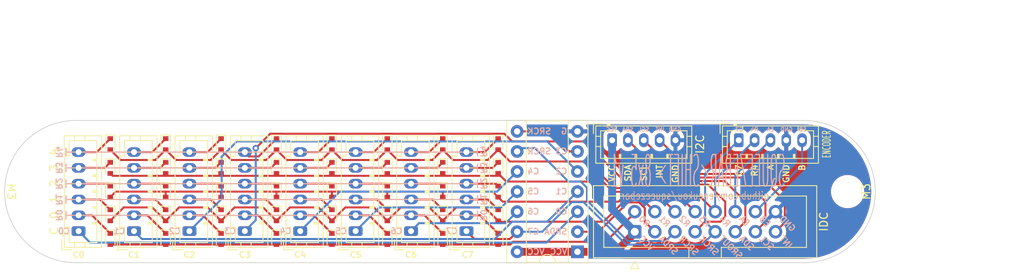
<source format=kicad_pcb>
(kicad_pcb (version 20211014) (generator pcbnew)
  (layers (0 "F.Cu" signal) (31 "B.Cu" signal) (34 "B.Paste" user) (35 "F.Paste" user) (36 "B.SilkS" user "B.Silkscreen") (37 "F.SilkS" user "F.Silkscreen") (38 "B.Mask" user) (39 "F.Mask" user) (44 "Edge.Cuts" user))
  (net 0 "")
  (net 1 "/ROW4")
  (net 2 "/ROW0")
  (net 3 "/ROW1")
  (net 4 "/ROW2")
  (net 5 "/ROW3")
  (net 6 "/COL1")
  (net 7 "/COL2")
  (net 8 "/COL3")
  (net 9 "/COL4")
  (net 10 "/COL5")
  (net 11 "/COL6")
  (net 12 "/COL7")
  (net 13 "/COL0")
  (net 14 "Net-(D1-Pad1)")
  (net 15 "Net-(D2-Pad1)")
  (net 16 "Net-(D3-Pad1)")
  (net 17 "Net-(D4-Pad1)")
  (net 18 "Net-(D5-Pad1)")
  (net 19 "Net-(D6-Pad1)")
  (net 20 "Net-(D7-Pad1)")
  (net 21 "Net-(D8-Pad1)")
  (net 22 "Net-(D9-Pad1)")
  (net 23 "Net-(D10-Pad1)")
  (net 24 "Net-(D11-Pad1)")
  (net 25 "Net-(D12-Pad1)")
  (net 26 "Net-(D13-Pad1)")
  (net 27 "Net-(D14-Pad1)")
  (net 28 "Net-(D15-Pad1)")
  (net 29 "Net-(D16-Pad1)")
  (net 30 "Net-(D17-Pad1)")
  (net 31 "Net-(D18-Pad1)")
  (net 32 "Net-(D19-Pad1)")
  (net 33 "Net-(D20-Pad1)")
  (net 34 "Net-(D21-Pad1)")
  (net 35 "Net-(D22-Pad1)")
  (net 36 "Net-(D23-Pad1)")
  (net 37 "Net-(D24-Pad1)")
  (net 38 "Net-(D25-Pad1)")
  (net 39 "Net-(D26-Pad1)")
  (net 40 "Net-(D27-Pad1)")
  (net 41 "Net-(D28-Pad1)")
  (net 42 "Net-(D29-Pad1)")
  (net 43 "Net-(D30-Pad1)")
  (net 44 "Net-(D31-Pad1)")
  (net 45 "Net-(D32-Pad1)")
  (net 46 "Net-(D33-Pad1)")
  (net 47 "Net-(D34-Pad1)")
  (net 48 "Net-(D35-Pad1)")
  (net 49 "Net-(D36-Pad1)")
  (net 50 "Net-(D37-Pad1)")
  (net 51 "Net-(D38-Pad1)")
  (net 52 "Net-(D39-Pad1)")
  (net 53 "Net-(D40-Pad1)")
  (net 54 "/ENC_A")
  (net 55 "GND")
  (net 56 "/ENC_B")
  (net 57 "VCC")
  (net 58 "/SDA")
  (net 59 "/SCL")
  (net 60 "/INT")
  (net 61 "/SRDA")
  (net 62 "/SRCK")
  (net 63 "/SRCLR")
  (footprint "Connector_JST:JST_PH_B6B-PH-K_1x06_P2.00mm_Vertical" (layer "F.Cu") (at 111 91 90)
    (fp_text reference "J2")
    (fp_text value "RNG")
  )
  (footprint "Diode_SMD:D_SOD-523" (layer "F.Cu") (at 136 89 -90)
    (fp_text reference "D26")
    (fp_text value "D")
  )
  (footprint "Diode_SMD:D_SOD-523" (layer "F.Cu") (at 122 80 -90)
    (fp_text reference "D20")
    (fp_text value "D")
  )
  (footprint "Diode_SMD:D_SOD-523" (layer "F.Cu") (at 136 86 -90)
    (fp_text reference "D30")
    (fp_text value "D")
  )
  (footprint "Connector_JST:JST_PH_B5B-PH-K_1x05_P2.00mm_Vertical" (layer "F.Cu") (at 164.4 79.5)
    (fp_text reference "J10")
    (fp_text value "I2C")
  )
  (footprint "Diode_SMD:D_SOD-523" (layer "F.Cu") (at 108 80 -90)
    (fp_text reference "D10")
    (fp_text value "D")
  )
  (footprint "Diode_SMD:D_SOD-523" (layer "F.Cu") (at 122 89 -90)
    (fp_text reference "D14")
    (fp_text value "D")
  )
  (footprint "Diode_SMD:D_SOD-523" (layer "F.Cu") (at 136 92 -90)
    (fp_text reference "D22")
    (fp_text value "D")
  )
  (footprint "Diode_SMD:D_SOD-523" (layer "F.Cu") (at 150 92 -90)
    (fp_text reference "D24")
    (fp_text value "D")
  )
  (footprint "Diode_SMD:D_SOD-523" (layer "F.Cu") (at 150 89 -90)
    (fp_text reference "D28")
    (fp_text value "D")
  )
  (footprint "Connector_JST:JST_PH_B5B-PH-K_1x05_P2.00mm_Vertical" (layer "F.Cu") (at 180.4 79.5)
    (fp_text reference "J8")
    (fp_text value "ENCODER")
  )
  (footprint "Diode_SMD:D_SOD-523" (layer "F.Cu") (at 115 83 -90)
    (fp_text reference "D17")
    (fp_text value "D")
  )
  (footprint "Diode_SMD:D_SOD-523" (layer "F.Cu") (at 108 86 -90)
    (fp_text reference "D8")
    (fp_text value "D")
  )
  (footprint "Connector_IDC:IDC-Header_2x08_P2.54mm_Vertical" (layer "F.Cu") (at 167.259 91.08 90)
    (fp_text reference "J11")
    (fp_text value "IDC")
  )
  (footprint "Diode_SMD:D_SOD-523" (layer "F.Cu") (at 143 83 -90)
    (fp_text reference "D35")
    (fp_text value "D")
  )
  (footprint "Diode_SMD:D_SOD-523" (layer "F.Cu") (at 143 80 -90)
    (fp_text reference "D39")
    (fp_text value "D")
  )
  (footprint "Connector_JST:JST_PH_B6B-PH-K_1x06_P2.00mm_Vertical" (layer "F.Cu") (at 132 91 90)
    (fp_text reference "J5")
    (fp_text value "INNR")
  )
  (footprint "Diode_SMD:D_SOD-523" (layer "F.Cu") (at 136 80 -90)
    (fp_text reference "D38")
    (fp_text value "D")
  )
  (footprint "Diode_SMD:D_SOD-523" (layer "F.Cu") (at 136 83 -90)
    (fp_text reference "D34")
    (fp_text value "D")
  )
  (footprint "Package_DIP:DIP-14_W7.62mm_Socket" (layer "F.Cu") (at 160.02 93.62 180)
    (fp_text reference "U1")
    (fp_text value "74HC164")
  )
  (footprint "Diode_SMD:D_SOD-523" (layer "F.Cu") (at 108 83 -90)
    (fp_text reference "D9")
    (fp_text value "D")
  )
  (footprint "Diode_SMD:D_SOD-523" (layer "F.Cu") (at 129 89 -90)
    (fp_text reference "D25")
    (fp_text value "D")
  )
  (footprint "Connector_JST:JST_PH_B6B-PH-K_1x06_P2.00mm_Vertical" (layer "F.Cu") (at 146 91 90)
    (fp_text reference "J7")
    (fp_text value "XTR")
  )
  (footprint "Diode_SMD:D_SOD-523" (layer "F.Cu") (at 129 86 -90)
    (fp_text reference "D29")
    (fp_text value "D")
  )
  (footprint "Diode_SMD:D_SOD-523" (layer "F.Cu") (at 122 86 -90)
    (fp_text reference "D16")
    (fp_text value "D")
  )
  (footprint "Connector_JST:JST_PH_B6B-PH-K_1x06_P2.00mm_Vertical" (layer "F.Cu") (at 104 91 90)
    (fp_text reference "J1")
    (fp_text value "PNK")
  )
  (footprint "Diode_SMD:D_SOD-523" (layer "F.Cu") (at 143 92 -90)
    (fp_text reference "D23")
    (fp_text value "D")
  )
  (footprint "MountingHole:MountingHole_3.2mm_M3" (layer "F.Cu") (at 91.15 86)
    (fp_text reference "H2")
    (fp_text value "M3")
  )
  (footprint "Diode_SMD:D_SOD-523" (layer "F.Cu") (at 115 80 -90)
    (fp_text reference "D19")
    (fp_text value "D")
  )
  (footprint "Diode_SMD:D_SOD-523" (layer "F.Cu") (at 101 83 -90)
    (fp_text reference "D5")
    (fp_text value "D")
  )
  (footprint "Connector_JST:JST_PH_B6B-PH-K_1x06_P2.00mm_Vertical" (layer "F.Cu") (at 125 91 90)
    (fp_text reference "J4")
    (fp_text value "IDX")
  )
  (footprint "Diode_SMD:D_SOD-523" (layer "F.Cu") (at 108 89 -90)
    (fp_text reference "D7")
    (fp_text value "D")
  )
  (footprint "Diode_SMD:D_SOD-523" (layer "F.Cu") (at 143 89 -90)
    (fp_text reference "D27")
    (fp_text value "D")
  )
  (footprint "Diode_SMD:D_SOD-523" (layer "F.Cu") (at 101 89 -90)
    (fp_text reference "D3")
    (fp_text value "D")
  )
  (footprint "Diode_SMD:D_SOD-523" (layer "F.Cu") (at 101 86 -90)
    (fp_text reference "D4")
    (fp_text value "D")
  )
  (footprint "Diode_SMD:D_SOD-523" (layer "F.Cu") (at 143 86 -90)
    (fp_text reference "D31")
    (fp_text value "D")
  )
  (footprint "Diode_SMD:D_SOD-523" (layer "F.Cu") (at 108 92 -90)
    (fp_text reference "D6")
    (fp_text value "D")
  )
  (footprint "Diode_SMD:D_SOD-523" (layer "F.Cu") (at 115 92 -90)
    (fp_text reference "D11")
    (fp_text value "D")
  )
  (footprint "Diode_SMD:D_SOD-523" (layer "F.Cu") (at 101 80 -90)
    (fp_text reference "D1")
    (fp_text value "D")
  )
  (footprint "Diode_SMD:D_SOD-523" (layer "F.Cu") (at 129 83 -90)
    (fp_text reference "D33")
    (fp_text value "D")
  )
  (footprint "Diode_SMD:D_SOD-523" (layer "F.Cu") (at 122 92 -90)
    (fp_text reference "D12")
    (fp_text value "D")
  )
  (footprint "Diode_SMD:D_SOD-523" (layer "F.Cu") (at 122 83 -90)
    (fp_text reference "D18")
    (fp_text value "D")
  )
  (footprint "Diode_SMD:D_SOD-523" (layer "F.Cu") (at 150 80 -90)
    (fp_text reference "D40")
    (fp_text value "D")
  )
  (footprint "Connector_JST:JST_PH_B6B-PH-K_1x06_P2.00mm_Vertical" (layer "F.Cu") (at 139 91 90)
    (fp_text reference "J6")
    (fp_text value "THM")
  )
  (footprint "Connector_JST:JST_PH_B6B-PH-K_1x06_P2.00mm_Vertical" (layer "F.Cu") (at 97 91 90)
    (fp_text reference "J0")
    (fp_text value "OUTR")
  )
  (footprint "Diode_SMD:D_SOD-523" (layer "F.Cu") (at 150 86 -90)
    (fp_text reference "D32")
    (fp_text value "D")
  )
  (footprint "Diode_SMD:D_SOD-523" (layer "F.Cu") (at 129 92 -90)
    (fp_text reference "D21")
    (fp_text value "D")
  )
  (footprint "Diode_SMD:D_SOD-523" (layer "F.Cu") (at 115 89 -90)
    (fp_text reference "D13")
    (fp_text value "D")
  )
  (footprint "Diode_SMD:D_SOD-523" (layer "F.Cu") (at 150 83 -90)
    (fp_text reference "D36")
    (fp_text value "D")
  )
  (footprint "Diode_SMD:D_SOD-523" (layer "F.Cu") (at 101 92 -90)
    (fp_text reference "D2")
    (fp_text value "D")
  )
  (footprint "Connector_JST:JST_PH_B6B-PH-K_1x06_P2.00mm_Vertical" (layer "F.Cu") (at 118 91 90)
    (fp_text reference "J3")
    (fp_text value "MID")
  )
  (footprint "Diode_SMD:D_SOD-523" (layer "F.Cu") (at 115 86 -90)
    (fp_text reference "D15")
    (fp_text value "D")
  )
  (footprint "MountingHole:MountingHole_3.2mm_M3" (layer "F.Cu") (at 194.15 86)
    (fp_text reference "H1")
    (fp_text value "M3")
  )
  (footprint "Diode_SMD:D_SOD-523" (layer "F.Cu") (at 129 80 -90)
    (fp_text reference "D37")
    (fp_text value "D")
  )
  (gr_line (start 147.4 89) (end 95.4 89) (layer "B.SilkS") (width 0.15))
  (gr_line (start 147.4 81) (end 95.4 81) (layer "B.SilkS") (width 0.15))
  (gr_line (start 147.4 87) (end 95.4 87) (layer "B.SilkS") (width 0.15))
  (gr_line (start 95.4 86.5) (end 95.4 87.5) (layer "B.SilkS") (width 0.15))
  (gr_line (start 147.4 88.5) (end 147.4 89.5) (layer "B.SilkS") (width 0.15))
  (gr_line (start 147.4 82.5) (end 147.4 83.5) (layer "B.SilkS") (width 0.15))
  (gr_line (start 95.4 88.5) (end 95.4 89.5) (layer "B.SilkS") (width 0.15))
  (gr_line (start 95.4 84.5) (end 95.4 85.5) (layer "B.SilkS") (width 0.15))
  (gr_line (start 147.4 86.5) (end 147.4 87.5) (layer "B.SilkS") (width 0.15))
  (gr_line (start 95.4 80.5) (end 95.4 81.5) (layer "B.SilkS") (width 0.15))
  (gr_line (start 95.4 82.5) (end 95.4 83.5) (layer "B.SilkS") (width 0.15))
  (gr_line (start 147.4 85) (end 95.4 85) (layer "B.SilkS") (width 0.15))
  (gr_line (start 147.4 84.5) (end 147.4 85.5) (layer "B.SilkS") (width 0.15))
  (gr_line (start 147.4 80.5) (end 147.4 81.5) (layer "B.SilkS") (width 0.15))
  (gr_line (start 147.4 83) (end 95.4 83) (layer "B.SilkS") (width 0.15))
  (gr_line (start 96.65 77) (end 188.65 77) (layer "Edge.Cuts") (width 0.1))
  (gr_arc (start 188.65 77) (mid 197.635012 86) (end 188.65 95) (layer "Edge.Cuts") (width 0.1))
  (gr_arc (start 96.65 95) (mid 87.664984 86) (end 96.65 77) (layer "Edge.Cuts") (width 0.1))
  (gr_line (start 188.65 95) (end 96.65 95) (layer "Edge.Cuts") (width 0.1))
  (gr_text "EA" (at 180.594 89.175 315) (layer "B.SilkS") (effects (font (size 0.75 0.75)) (justify right mirror)))
  (gr_text "C4" (at 153.605 83.437) (layer "B.SilkS") (effects (font (size 0.75 0.75)) (justify right mirror)))
  (gr_text "SRCR" (at 153.605 80.897) (layer "B.SilkS") (effects (font (size 0.75 0.75)) (justify right mirror)))
  (gr_text "SCL" (at 168.402 78.126) (layer "B.SilkS") (effects (font (size 0.5 0.5) (thickness 0.1)) (justify mirror)))
  (gr_text "R4" (at 94.5 81 270) (layer "B.SilkS") (effects (font (size 0.75 0.75)) (justify mirror)))
  (gr_text "C6" (at 137.15 91) (layer "B.SilkS") (effects (font (size 0.75 0.75)) (justify mirror)))
  (gr_text "R1" (at 94.5 87 270) (layer "B.SilkS") (effects (font (size 0.75 0.75)) (justify mirror)))
  (gr_text "C7" (at 153.605 91.057) (layer "B.SilkS") (effects (font (size 0.75 0.75)) (justify right mirror)))
  (gr_text "R4" (at 178.054 89.175 315) (layer "B.SilkS") (effects (font (size 0.75 0.75)) (justify right mirror)))
  (gr_text "SRCK" (at 153.605 78.357) (layer "B.SilkS") (effects (font (size 0.75 0.75)) (justify right mirror)))
  (gr_text "C2" (at 158.812 83.437) (layer "B.SilkS") (effects (font (size 0.75 0.75)) (justify left mirror)))
  (gr_text "C5" (at 153.605 85.977) (layer "B.SilkS") (effects (font (size 0.75 0.75)) (justify right mirror)))
  (gr_text "github.com/encukou/squeezebar" (at 174.879 86.508) (layer "B.SilkS") (effects (font (size 1 0.75) (thickness 0.1)) (justify mirror)))
  (gr_text "C0" (at 95.15 91) (layer "B.SilkS") (effects (font (size 0.75 0.75)) (justify mirror)))
  (gr_text "EB" (at 188.468 78.126) (layer "B.SilkS") (effects (font (size 0.5 0.5) (thickness 0.1)) (justify mirror)))
  (gr_text "C5" (at 130.15 91) (layer "B.SilkS") (effects (font (size 0.75 0.75)) (justify mirror)))
  (gr_text "EA" (at 184.404 78.126) (layer "B.SilkS") (effects (font (size 0.5 0.5) (thickness 0.1)) (justify mirror)))
  (gr_text "R1" (at 148.15 87 270) (layer "B.SilkS") (effects (font (size 0.75 0.75)) (justify mirror)))
  (gr_text "SRDA" (at 170.434 91.715 315) (layer "B.SilkS") (effects (font (size 0.75 0.75)) (justify right mirror)))
  (gr_text "R2" (at 94.5 85 270) (layer "B.SilkS") (effects (font (size 0.75 0.75)) (justify mirror)))
  (gr_text "VCC" (at 167.894 91.715 315) (layer "B.SilkS") (effects (font (size 0.75 0.75)) (justify right mirror)))
  (gr_text "VCC" (at 153.605 93.597) (layer "B.SilkS") (effects (font (size 0.75 0.75)) (justify right mirror)))
  (gr_text "R0" (at 148.15 89 270) (layer "B.SilkS") (effects (font (size 0.75 0.75)) (justify mirror)))
  (gr_text "R3" (at 148.15 83 270) (layer "B.SilkS") (effects (font (size 0.75 0.75)) (justify mirror)))
  (gr_text "SDA" (at 166.37 78.126) (layer "B.SilkS") (effects (font (size 0.5 0.5) (thickness 0.1)) (justify mirror)))
  (gr_text "R3" (at 175.514 89.175 315) (layer "B.SilkS") (effects (font (size 0.75 0.75)) (justify right mirror)))
  (gr_text "C2" (at 109.15 91) (layer "B.SilkS") (effects (font (size 0.75 0.75)) (justify mirror)))
  (gr_text "C4" (at 123.15 91) (layer "B.SilkS") (effects (font (size 0.75 0.75)) (justify mirror)))
  (gr_text "GND" (at 185.674 89.175 315) (layer "B.SilkS") (effects (font (size 0.75 0.75)) (justify right mirror)))
  (gr_text "R4" (at 182.372 78.126) (layer "B.SilkS") (effects (font (size 0.5 0.5) (thickness 0.1)) (justify mirror)))
  (gr_text "C3" (at 158.812 80.897) (layer "B.SilkS") (effects (font (size 0.75 0.75)) (justify left mirror)))
  (gr_text "SRCR" (at 172.974 91.715 315) (layer "B.SilkS") (effects (font (size 0.75 0.75)) (justify right mirror)))
  (gr_text "R2" (at 172.974 89.175 315) (layer "B.SilkS") (effects (font (size 0.75 0.75)) (justify right mirror)))
  (gr_text "C7" (at 144.15 91) (layer "B.SilkS") (effects (font (size 0.75 0.75)) (justify mirror)))
  (gr_text "VCC" (at 158.812 93.597) (layer "B.SilkS") (effects (font (size 0.75 0.75)) (justify left mirror)))
  (gr_text "SRCK" (at 175.514 91.715 315) (layer "B.SilkS") (effects (font (size 0.75 0.75)) (justify right mirror)))
  (gr_text "C6" (at 153.605 88.517) (layer "B.SilkS") (effects (font (size 0.75 0.75)) (justify right mirror)))
  (gr_text "C1" (at 102.15 91) (layer "B.SilkS") (effects (font (size 0.75 0.75)) (justify mirror)))
  (gr_text "GND" (at 172.339 78.126) (layer "B.SilkS") (effects (font (size 0.5 0.5) (thickness 0.1)) (justify mirror)))
  (gr_text "C7" (at 180.467 78.126) (layer "B.SilkS") (effects (font (size 0.5 0.5) (thickness 0.1)) (justify mirror)))
  (gr_text "SDA" (at 180.594 91.715 315) (layer "B.SilkS") (effects (font (size 0.75 0.75)) (justify right mirror)))
  (gr_text "VCC" (at 164.338 78.126) (layer "B.SilkS") (effects (font (size 0.5 0.5) (thickness 0.1)) (justify mirror)))
  (gr_text "SRDA" (at 158.812 91.057) (layer "B.SilkS") (effects (font (size 0.75 0.75)) (justify left mirror)))
  (gr_text "R0" (at 167.894 89.175 315) (layer "B.SilkS") (effects (font (size 0.75 0.75)) (justify right mirror)))
  (gr_text "GND" (at 186.436 78.126) (layer "B.SilkS") (effects (font (size 0.5 0.5) (thickness 0.1)) (justify mirror)))
  (gr_text "R3" (at 94.5 83 270) (layer "B.SilkS") (effects (font (size 0.75 0.75)) (justify mirror)))
  (gr_text "R0" (at 94.5 89 270) (layer "B.SilkS") (effects (font (size 0.75 0.75)) (justify mirror)))
  (gr_text "INT" (at 170.434 78.126) (layer "B.SilkS") (effects (font (size 0.5 0.5) (thickness 0.1)) (justify mirror)))
  (gr_text "C3" (at 116.15 91) (layer "B.SilkS") (effects (font (size 0.75 0.75)) (justify mirror)))
  (gr_text "C1" (at 158.812 85.977) (layer "B.SilkS") (effects (font (size 0.75 0.75)) (justify left mirror)))
  (gr_text "EB" (at 183.134 89.175 315) (layer "B.SilkS") (effects (font (size 0.75 0.75)) (justify right mirror)))
  (gr_text "G" (at 158.812 78.357) (layer "B.SilkS") (effects (font (size 0.75 0.75)) (justify left mirror)))
  (gr_text "SROUT" (at 178.054 91.715 315) (layer "B.SilkS") (effects (font (size 0.75 0.75)) (justify right mirror)))
  (gr_text "INT" (at 185.674 91.715 315) (layer "B.SilkS") (effects (font (size 0.75 0.75)) (justify right mirror)))
  (gr_text "R2" (at 148.15 85 270) (layer "B.SilkS") (effects (font (size 0.75 0.75)) (justify mirror)))
  (gr_text "C0" (at 158.812 88.517) (layer "B.SilkS") (effects (font (size 0.75 0.75)) (justify left mirror)))
  (gr_text "SQUEEZEBAR<SHIFT> 8x5 v1" (at 175.25 83.46) (layer "B.SilkS") (effects (font (size 4 1)) (justify mirror)))
  (gr_text "R1" (at 170.434 89.175 315) (layer "B.SilkS") (effects (font (size 0.75 0.75)) (justify right mirror)))
  (gr_text "R4" (at 148.15 80.92 270) (layer "B.SilkS") (effects (font (size 0.75 0.75)) (justify mirror)))
  (gr_text "SCL" (at 183.134 91.715 315) (layer "B.SilkS") (effects (font (size 0.75 0.75)) (justify right mirror)))
  (gr_text "B" (at 188.4 82.5 90) (layer "F.SilkS") (effects (font (size 0.75 0.75)) (justify right)))
  (gr_text "0" (at 93.9 89 90) (layer "F.SilkS") (effects (font (size 1 1))))
  (gr_text "3" (at 93.9 83 90) (layer "F.SilkS") (effects (font (size 1 1))))
  (gr_text "C5" (at 132 94) (layer "F.SilkS") (effects (font (size 0.75 0.75))))
  (gr_text "C3" (at 118 94) (layer "F.SilkS") (effects (font (size 0.75 0.75))))
  (gr_text "INT" (at 170.389435 82.5 90) (layer "F.SilkS") (effects (font (size 0.75 0.75)) (justify right)))
  (gr_text "C" (at 93.9 91 90) (layer "F.SilkS") (effects (font (size 1 1))))
  (gr_text "R4" (at 182.4 82.5 90) (layer "F.SilkS") (effects (font (size 0.75 0.75)) (justify right)))
  (gr_text "VCC" (at 164.4 82.5 90) (layer "F.SilkS") (effects (font (size 0.75 0.75)) (justify right)))
  (gr_text "A" (at 184.4 82.5 90) (layer "F.SilkS") (effects (font (size 0.75 0.75)) (justify right)))
  (gr_text "C7" (at 146.15 94) (layer "F.SilkS") (effects (font (size 0.75 0.75))))
  (gr_text "1" (at 93.9 87 90) (layer "F.SilkS") (effects (font (size 1 1))))
  (gr_text "C6" (at 139 94) (layer "F.SilkS") (effects (font (size 0.75 0.75))))
  (gr_text "GND" (at 172.4 82.5 90) (layer "F.SilkS") (effects (font (size 0.75 0.75)) (justify right)))
  (gr_text "GND" (at 186.4 82.5 90) (layer "F.SilkS") (effects (font (size 0.75 0.75)) (justify right)))
  (gr_text "C7" (at 180.4 82.5 90) (layer "F.SilkS") (effects (font (size 0.75 0.75)) (justify right)))
  (gr_text "SDA" (at 166.4 82.5 90) (layer "F.SilkS") (effects (font (size 0.75 0.75)) (justify right)))
  (gr_text "SCL" (at 168.4 82.5 90) (layer "F.SilkS") (effects (font (size 0.75 0.75)) (justify right)))
  (gr_text "4" (at 93.9 81 90) (layer "F.SilkS") (effects (font (size 1 1))))
  (gr_text "C1" (at 104 94) (layer "F.SilkS") (effects (font (size 0.75 0.75))))
  (gr_text "C0" (at 97 94) (layer "F.SilkS") (effects (font (size 0.75 0.75))))
  (gr_text "C2" (at 111 94) (layer "F.SilkS") (effects (font (size 0.75 0.75))))
  (gr_text "2" (at 93.9 85 90) (layer "F.SilkS") (effects (font (size 1 1))))
  (gr_text "C4" (at 125 94) (layer "F.SilkS") (effects (font (size 0.75 0.75))))
  (segment (start 106.7 82) (end 108 80.7) (width 0.25) (layer "F.Cu") (net 1))
  (segment (start 108 80.7) (end 109.3 82) (width 0.25) (layer "F.Cu") (net 1))
  (segment (start 143 80.7) (end 144.3 82) (width 0.25) (layer "F.Cu") (net 1))
  (segment (start 174.444 85.565) (end 177.419 88.54) (width 0.25) (layer "F.Cu") (net 1))
  (segment (start 151.49 82.19) (end 161.331 82.19) (width 0.25) (layer "F.Cu") (net 1))
  (segment (start 164.706 85.565) (end 174.444 85.565) (width 0.25) (layer "F.Cu") (net 1))
  (segment (start 136 80.7) (end 137.3 82) (width 0.25) (layer "F.Cu") (net 1))
  (segment (start 123.3 82) (end 127.7 82) (width 0.25) (layer "F.Cu") (net 1))
  (segment (start 122 80.7) (end 123.3 82) (width 0.25) (layer "F.Cu") (net 1))
  (segment (start 102.3 82) (end 106.7 82) (width 0.25) (layer "F.Cu") (net 1))
  (segment (start 120.7 82) (end 122 80.7) (width 0.25) (layer "F.Cu") (net 1))
  (segment (start 134.7 82) (end 136 80.7) (width 0.25) (layer "F.Cu") (net 1))
  (segment (start 109.3 82) (end 113.7 82) (width 0.25) (layer "F.Cu") (net 1))
  (segment (start 144.3 82) (end 148.7 82) (width 0.25) (layer "F.Cu") (net 1))
  (segment (start 148.7 82) (end 150 80.7) (width 0.25) (layer "F.Cu") (net 1))
  (segment (start 141.7 82) (end 143 80.7) (width 0.25) (layer "F.Cu") (net 1))
  (segment (start 130.3 82) (end 134.7 82) (width 0.25) (layer "F.Cu") (net 1))
  (segment (start 137.3 82) (end 141.7 82) (width 0.25) (layer "F.Cu") (net 1))
  (segment (start 116.3 82) (end 120.7 82) (width 0.25) (layer "F.Cu") (net 1))
  (segment (start 113.7 82) (end 115 80.7) (width 0.25) (layer "F.Cu") (net 1))
  (segment (start 101 80.7) (end 102.3 82) (width 0.25) (layer "F.Cu") (net 1))
  (segment (start 129 80.7) (end 130.3 82) (width 0.25) (layer "F.Cu") (net 1))
  (segment (start 127.7 82) (end 129 80.7) (width 0.25) (layer "F.Cu") (net 1))
  (segment (start 150 80.7) (end 151.49 82.19) (width 0.25) (layer "F.Cu") (net 1))
  (segment (start 161.331 82.19) (end 164.706 85.565) (width 0.25) (layer "F.Cu") (net 1))
  (segment (start 115 80.7) (end 116.3 82) (width 0.25) (layer "F.Cu") (net 1))
  (segment (start 177.419 84.481) (end 182.4 79.5) (width 0.25) (layer "B.Cu") (net 1))
  (segment (start 177.419 88.54) (end 177.419 84.481) (width 0.25) (layer "B.Cu") (net 1))
  (segment (start 163.59 92.35) (end 167.4 88.54) (width 0.25) (layer "F.Cu") (net 2))
  (segment (start 136 92.7) (end 129 92.7) (width 0.25) (layer "F.Cu") (net 2))
  (segment (start 150 92.7) (end 151.48 92.7) (width 0.25) (layer "F.Cu") (net 2))
  (segment (start 122 92.7) (end 115 92.7) (width 0.25) (layer "F.Cu") (net 2))
  (segment (start 143 92.7) (end 136 92.7) (width 0.25) (layer "F.Cu") (net 2))
  (segment (start 143 92.7) (end 151.542 92.7) (width 0.25) (layer "F.Cu") (net 2))
  (segment (start 151.892 92.35) (end 151.8285 92.4135) (width 0.25) (layer "F.Cu") (net 2))
  (segment (start 129 92.7) (end 122 92.7) (width 0.25) (layer "F.Cu") (net 2))
  (segment (start 108 92.7) (end 101 92.7) (width 0.25) (layer "F.Cu") (net 2))
  (segment (start 115 92.7) (end 108 92.7) (width 0.25) (layer "F.Cu") (net 2))
  (segment (start 151.542 92.7) (end 151.8285 92.4135) (width 0.25) (layer "F.Cu") (net 2))
  (segment (start 163.59 92.35) (end 151.892 92.35) (width 0.25) (layer "F.Cu") (net 2))
  (segment (start 163.322 89.81) (end 166.217 86.915) (width 0.25) (layer "F.Cu") (net 3))
  (segment (start 136 89.7) (end 137.7 88) (width 0.25) (layer "F.Cu") (net 3))
  (segment (start 101 89.7) (end 102.7 88) (width 0.25) (layer "F.Cu") (net 3))
  (segment (start 144.7 88) (end 143 89.7) (width 0.25) (layer "F.Cu") (net 3))
  (segment (start 141.3 88) (end 143 89.7) (width 0.25) (layer "F.Cu") (net 3))
  (segment (start 166.217 86.915) (end 168.174 86.915) (width 0.25) (layer "F.Cu") (net 3))
  (segment (start 127.3 88) (end 129 89.7) (width 0.25) (layer "F.Cu") (net 3))
  (segment (start 130.7 88) (end 134.3 88) (width 0.25) (layer "F.Cu") (net 3))
  (segment (start 109.7 88) (end 113.3 88) (width 0.25) (layer "F.Cu") (net 3))
  (segment (start 108 89.7) (end 109.7 88) (width 0.25) (layer "F.Cu") (net 3))
  (segment (start 137.7 88) (end 141.3 88) (width 0.25) (layer "F.Cu") (net 3))
  (segment (start 168.174 86.915) (end 169.799 88.54) (width 0.25) (layer "F.Cu") (net 3))
  (segment (start 150.11 89.81) (end 163.322 89.81) (width 0.25) (layer "F.Cu") (net 3))
  (segment (start 122 89.7) (end 123.7 88) (width 0.25) (layer "F.Cu") (net 3))
  (segment (start 134.3 88) (end 136 89.7) (width 0.25) (layer "F.Cu") (net 3))
  (segment (start 129 89.7) (end 130.7 88) (width 0.25) (layer "F.Cu") (net 3))
  (segment (start 106.3 88) (end 108 89.7) (width 0.25) (layer "F.Cu") (net 3))
  (segment (start 148.3 88) (end 144.7 88) (width 0.25) (layer "F.Cu") (net 3))
  (segment (start 113.3 88) (end 115 89.7) (width 0.25) (layer "F.Cu") (net 3))
  (segment (start 150 89.7) (end 148.3 88) (width 0.25) (layer "F.Cu") (net 3))
  (segment (start 102.7 88) (end 106.3 88) (width 0.25) (layer "F.Cu") (net 3))
  (segment (start 116.7 88) (end 120.3 88) (width 0.25) (layer "F.Cu") (net 3))
  (segment (start 123.7 88) (end 127.3 88) (width 0.25) (layer "F.Cu") (net 3))
  (segment (start 120.3 88) (end 122 89.7) (width 0.25) (layer "F.Cu") (net 3))
  (segment (start 115 89.7) (end 116.7 88) (width 0.25) (layer "F.Cu") (net 3))
  (segment (start 108 86.7) (end 108 86) (width 0.25) (layer "F.Cu") (net 4))
  (segment (start 136 86.7) (end 136 86) (width 0.25) (layer "F.Cu") (net 4))
  (segment (start 149.3 86) (end 150 86.7) (width 0.25) (layer "F.Cu") (net 4))
  (segment (start 101.7 86) (end 108 86) (width 0.25) (layer "F.Cu") (net 4))
  (segment (start 129 86.7) (end 129 86) (width 0.25) (layer "F.Cu") (net 4))
  (segment (start 129 86) (end 143 86) (width 0.25) (layer "F.Cu") (net 4))
  (segment (start 115 86) (end 122 86) (width 0.25) (layer "F.Cu") (net 4))
  (segment (start 150 86.7) (end 150.57 87.27) (width 0.25) (layer "F.Cu") (net 4))
  (segment (start 115 86) (end 108 86) (width 0.25) (layer "F.Cu") (net 4))
  (segment (start 165.225604 87.27) (end 166.030604 86.465) (width 0.25) (layer "F.Cu") (net 4))
  (segment (start 122 86) (end 129 86) (width 0.25) (layer "F.Cu") (net 4))
  (segment (start 166.030604 86.465) (end 170.264 86.465) (width 0.25) (layer "F.Cu") (net 4))
  (segment (start 101 86.7) (end 101.7 86) (width 0.25) (layer "F.Cu") (net 4))
  (segment (start 129.7 86) (end 136 86) (width 0.25) (layer "F.Cu") (net 4))
  (segment (start 150.57 87.27) (end 165.225604 87.27) (width 0.25) (layer "F.Cu") (net 4))
  (segment (start 149.3 86) (end 143 86) (width 0.25) (layer "F.Cu") (net 4))
  (segment (start 170.264 86.465) (end 172.339 88.54) (width 0.25) (layer "F.Cu") (net 4))
  (segment (start 143 86.7) (end 143 86) (width 0.25) (layer "F.Cu") (net 4))
  (segment (start 122 86) (end 122 86.7) (width 0.25) (layer "F.Cu") (net 4))
  (segment (start 115 86.7) (end 115 86) (width 0.25) (layer "F.Cu") (net 4))
  (segment (start 101.3 84) (end 101 83.7) (width 0.25) (layer "F.Cu") (net 5))
  (segment (start 172.354 86.015) (end 164.519604 86.015) (width 0.25) (layer "F.Cu") (net 5))
  (segment (start 136 83.7) (end 136.3 84) (width 0.25) (layer "F.Cu") (net 5))
  (segment (start 163.234604 84.73) (end 151.03 84.73) (width 0.25) (layer "F.Cu") (net 5))
  (segment (start 174.879 88.54) (end 172.354 86.015) (width 0.25) (layer "F.Cu") (net 5))
  (segment (start 150 83.7) (end 150.35 84.05) (width 0.25) (layer "F.Cu") (net 5))
  (segment (start 139 84) (end 101.3 84) (width 0.25) (layer "F.Cu") (net 5))
  (segment (start 150.3 84) (end 150.35 84.05) (width 0.25) (layer "F.Cu") (net 5))
  (segment (start 164.519604 86.015) (end 163.234604 84.73) (width 0.25) (layer "F.Cu") (net 5))
  (segment (start 136.3 84) (end 150.3 84) (width 0.25) (layer "F.Cu") (net 5))
  (segment (start 151.03 84.73) (end 150 83.7) (width 0.25) (layer "F.Cu") (net 5))
  (segment (start 105 92) (end 104 91) (width 0.25) (layer "B.Cu") (net 6))
  (segment (start 156.21 89.81) (end 151.766396 89.81) (width 0.25) (layer "B.Cu") (net 6))
  (segment (start 149.576396 92) (end 105 92) (width 0.25) (layer "B.Cu") (net 6))
  (segment (start 151.766396 89.81) (end 149.576396 92) (width 0.25) (layer "B.Cu") (net 6))
  (segment (start 160.02 86) (end 156.21 89.81) (width 0.25) (layer "B.Cu") (net 6))
  (segment (start 160.02 83.46) (end 156.21 79.65) (width 0.25) (layer "B.Cu") (net 7))
  (segment (start 115.075 86.925) (end 111 91) (width 0.25) (layer "B.Cu") (net 7))
  (segment (start 115.075 81.575) (end 115.075 86.925) (width 0.25) (layer "B.Cu") (net 7))
  (segment (start 117 79.65) (end 115.075 81.575) (width 0.25) (layer "B.Cu") (net 7))
  (segment (start 156.21 79.65) (end 117 79.65) (width 0.25) (layer "B.Cu") (net 7))
  (segment (start 121.205 78.675) (end 150.79 78.675) (width 0.25) (layer "F.Cu") (net 8))
  (segment (start 160.02 80.92) (end 159.004 80.92) (width 0.25) (layer "F.Cu") (net 8))
  (segment (start 151.765 79.65) (end 157.734 79.65) (width 0.25) (layer "F.Cu") (net 8))
  (segment (start 159.004 80.92) (end 157.734 79.65) (width 0.25) (layer "F.Cu") (net 8))
  (segment (start 150.79 78.675) (end 151.765 79.65) (width 0.25) (layer "F.Cu") (net 8))
  (segment (start 119.38 80.5) (end 121.205 78.675) (width 0.25) (layer "F.Cu") (net 8))
  (via (at 119.38 80.5) (size 0.8) (drill 0.4) (layers "F.Cu" "B.Cu") (net 8))
  (segment (start 118 91) (end 119.38 89.62) (width 0.25) (layer "B.Cu") (net 8))
  (segment (start 119.38 80.2755) (end 119.38 89.62) (width 0.25) (layer "B.Cu") (net 8))
  (segment (start 130 86) (end 125 91) (width 0.25) (layer "B.Cu") (net 9))
  (segment (start 152.4 83.46) (end 149.86 86) (width 0.25) (layer "B.Cu") (net 9))
  (segment (start 149.86 86) (end 130 86) (width 0.25) (layer "B.Cu") (net 9))
  (segment (start 152.4 86) (end 150.4 88) (width 0.25) (layer "B.Cu") (net 10))
  (segment (start 150.4 88) (end 135 88) (width 0.25) (layer "B.Cu") (net 10))
  (segment (start 135 88) (end 132 91) (width 0.25) (layer "B.Cu") (net 10))
  (segment (start 150.94 90) (end 140 90) (width 0.25) (layer "B.Cu") (net 11))
  (segment (start 152.4 88.54) (end 150.94 90) (width 0.25) (layer "B.Cu") (net 11))
  (segment (start 140 90) (end 139 91) (width 0.25) (layer "B.Cu") (net 11))
  (segment (start 147 92) (end 151.48 92) (width 0.25) (layer "F.Cu") (net 12))
  (segment (start 146 91) (end 147 92) (width 0.25) (layer "F.Cu") (net 12))
  (segment (start 151.48 92) (end 152.4 91.08) (width 0.25) (layer "F.Cu") (net 12))
  (segment (start 155.576396 91.08) (end 159.320698 87.335698) (width 0.25) (layer "B.Cu") (net 12))
  (segment (start 166.173604 92.705) (end 175.794 92.705) (width 0.25) (layer "B.Cu") (net 12))
  (segment (start 176.149 89.81) (end 177.419 91.08) (width 0.25) (layer "B.Cu") (net 12))
  (segment (start 152.4 91.08) (end 155.576396 91.08) (width 0.25) (layer "B.Cu") (net 12))
  (segment (start 176.149 83.751) (end 180.4 79.5) (width 0.25) (layer "B.Cu") (net 12))
  (segment (start 175.794 92.705) (end 177.419 91.08) (width 0.25) (layer "B.Cu") (net 12))
  (segment (start 176.149 83.751) (end 176.149 89.81) (width 0.25) (layer "B.Cu") (net 12))
  (segment (start 160.804302 87.335698) (end 166.173604 92.705) (width 0.25) (layer "B.Cu") (net 12))
  (segment (start 159.320698 87.335698) (end 160.804302 87.335698) (width 0.25) (layer "B.Cu") (net 12))
  (segment (start 160.02 88.54) (end 156.11 92.45) (width 0.25) (layer "B.Cu") (net 13))
  (segment (start 98.45 92.45) (end 97 91) (width 0.25) (layer "B.Cu") (net 13))
  (segment (start 156.11 92.45) (end 98.45 92.45) (width 0.25) (layer "B.Cu") (net 13))
  (segment (start 99.3 81) (end 101 79.3) (width 0.25) (layer "F.Cu") (net 14))
  (segment (start 97 81) (end 99.3 81) (width 0.25) (layer "F.Cu") (net 14))
  (segment (start 97 89) (end 98.7 89) (width 0.25) (layer "F.Cu") (net 15))
  (segment (start 98.7 89) (end 101 91.3) (width 0.25) (layer "F.Cu") (net 15))
  (segment (start 99.7 87) (end 101 88.3) (width 0.25) (layer "F.Cu") (net 16))
  (segment (start 97 87) (end 99.7 87) (width 0.25) (layer "F.Cu") (net 16))
  (segment (start 100.7 85) (end 101 85.3) (width 0.25) (layer "F.Cu") (net 17))
  (segment (start 97 85) (end 100.7 85) (width 0.25) (layer "F.Cu") (net 17))
  (segment (start 97 83) (end 100.3 83) (width 0.25) (layer "F.Cu") (net 18))
  (segment (start 100.3 83) (end 101 82.3) (width 0.25) (layer "F.Cu") (net 18))
  (segment (start 105.7 89) (end 108 91.3) (width 0.25) (layer "F.Cu") (net 19))
  (segment (start 104 89) (end 105.7 89) (width 0.25) (layer "F.Cu") (net 19))
  (segment (start 104 87) (end 106.7 87) (width 0.25) (layer "F.Cu") (net 20))
  (segment (start 106.7 87) (end 108 88.3) (width 0.25) (layer "F.Cu") (net 20))
  (segment (start 107.7 85) (end 108 85.3) (width 0.25) (layer "F.Cu") (net 21))
  (segment (start 104 85) (end 107.7 85) (width 0.25) (layer "F.Cu") (net 21))
  (segment (start 107.3 83) (end 108 82.3) (width 0.25) (layer "F.Cu") (net 22))
  (segment (start 104 83) (end 107.3 83) (width 0.25) (layer "F.Cu") (net 22))
  (segment (start 104 81) (end 106.3 81) (width 0.25) (layer "F.Cu") (net 23))
  (segment (start 106.3 81) (end 108 79.3) (width 0.25) (layer "F.Cu") (net 23))
  (segment (start 111 89) (end 112.7 89) (width 0.25) (layer "F.Cu") (net 24))
  (segment (start 112.7 89) (end 115 91.3) (width 0.25) (layer "F.Cu") (net 24))
  (segment (start 118 89) (end 119.7 89) (width 0.25) (layer "F.Cu") (net 25))
  (segment (start 119.7 89) (end 122 91.3) (width 0.25) (layer "F.Cu") (net 25))
  (segment (start 111 87) (end 113.7 87) (width 0.25) (layer "F.Cu") (net 26))
  (segment (start 113.7 87) (end 115 88.3) (width 0.25) (layer "F.Cu") (net 26))
  (segment (start 120.7 87) (end 122 88.3) (width 0.25) (layer "F.Cu") (net 27))
  (segment (start 118 87) (end 120.7 87) (width 0.25) (layer "F.Cu") (net 27))
  (segment (start 111 85) (end 114.7 85) (width 0.25) (layer "F.Cu") (net 28))
  (segment (start 114.7 85) (end 115 85.3) (width 0.25) (layer "F.Cu") (net 28))
  (segment (start 118 85) (end 121.7 85) (width 0.25) (layer "F.Cu") (net 29))
  (segment (start 121.7 85) (end 122 85.3) (width 0.25) (layer "F.Cu") (net 29))
  (segment (start 111 83) (end 114.3 83) (width 0.25) (layer "F.Cu") (net 30))
  (segment (start 114.3 83) (end 115 82.3) (width 0.25) (layer "F.Cu") (net 30))
  (segment (start 118 83) (end 121.3 83) (width 0.25) (layer "F.Cu") (net 31))
  (segment (start 121.3 83) (end 122 82.3) (width 0.25) (layer "F.Cu") (net 31))
  (segment (start 111 81) (end 113.3 81) (width 0.25) (layer "F.Cu") (net 32))
  (segment (start 113.3 81) (end 115 79.3) (width 0.25) (layer "F.Cu") (net 32))
  (segment (start 119.75 81.55) (end 118.5 81.55) (width 0.25) (layer "F.Cu") (net 33))
  (segment (start 118.5 81.55) (end 118 81.05) (width 0.25) (layer "F.Cu") (net 33))
  (segment (start 122 79.3) (end 119.75 81.55) (width 0.25) (layer "F.Cu") (net 33))
  (segment (start 126.7 89) (end 129 91.3) (width 0.25) (layer "F.Cu") (net 34))
  (segment (start 125 89) (end 126.7 89) (width 0.25) (layer "F.Cu") (net 34))
  (segment (start 133.7 89) (end 136 91.3) (width 0.25) (layer "F.Cu") (net 35))
  (segment (start 132 89) (end 133.7 89) (width 0.25) (layer "F.Cu") (net 35))
  (segment (start 140.7 89) (end 143 91.3) (width 0.25) (layer "F.Cu") (net 36))
  (segment (start 139 89) (end 140.7 89) (width 0.25) (layer "F.Cu") (net 36))
  (segment (start 146 89) (end 147.7 89) (width 0.25) (layer "F.Cu") (net 37))
  (segment (start 147.7 89) (end 150 91.3) (width 0.25) (layer "F.Cu") (net 37))
  (segment (start 127.7 87) (end 129 88.3) (width 0.25) (layer "F.Cu") (net 38))
  (segment (start 125 87) (end 127.7 87) (width 0.25) (layer "F.Cu") (net 38))
  (segment (start 134.7 87) (end 136 88.3) (width 0.25) (layer "F.Cu") (net 39))
  (segment (start 132 87) (end 134.7 87) (width 0.25) (layer "F.Cu") (net 39))
  (segment (start 141.7 87) (end 143 88.3) (width 0.25) (layer "F.Cu") (net 40))
  (segment (start 139 87) (end 141.7 87) (width 0.25) (layer "F.Cu") (net 40))
  (segment (start 146 87) (end 148.7 87) (width 0.25) (layer "F.Cu") (net 41))
  (segment (start 148.7 87) (end 150 88.3) (width 0.25) (layer "F.Cu") (net 41))
  (segment (start 128.7 85) (end 129 85.3) (width 0.25) (layer "F.Cu") (net 42))
  (segment (start 125 85) (end 128.7 85) (width 0.25) (layer "F.Cu") (net 42))
  (segment (start 132 85) (end 135.7 85) (width 0.25) (layer "F.Cu") (net 43))
  (segment (start 135.7 85) (end 136 85.3) (width 0.25) (layer "F.Cu") (net 43))
  (segment (start 142.7 85) (end 143 85.3) (width 0.25) (layer "F.Cu") (net 44))
  (segment (start 139 85) (end 142.7 85) (width 0.25) (layer "F.Cu") (net 44))
  (segment (start 149.7 85) (end 150 85.3) (width 0.25) (layer "F.Cu") (net 45))
  (segment (start 146 85) (end 149.7 85) (width 0.25) (layer "F.Cu") (net 45))
  (segment (start 125 83) (end 128.3 83) (width 0.25) (layer "F.Cu") (net 46))
  (segment (start 128.3 83) (end 129 82.3) (width 0.25) (layer "F.Cu") (net 46))
  (segment (start 135.3 83) (end 136 82.3) (width 0.25) (layer "F.Cu") (net 47))
  (segment (start 132 83) (end 135.3 83) (width 0.25) (layer "F.Cu") (net 47))
  (segment (start 139 83) (end 142.3 83) (width 0.25) (layer "F.Cu") (net 48))
  (segment (start 142.3 83) (end 143 82.3) (width 0.25) (layer "F.Cu") (net 48))
  (segment (start 146 83) (end 149.3 83) (width 0.25) (layer "F.Cu") (net 49))
  (segment (start 149.3 83) (end 150 82.3) (width 0.25) (layer "F.Cu") (net 49))
  (segment (start 127.3 81) (end 129 79.3) (width 0.25) (layer "F.Cu") (net 50))
  (segment (start 125 81) (end 127.3 81) (width 0.25) (layer "F.Cu") (net 50))
  (segment (start 132 81) (end 134.3 81) (width 0.25) (layer "F.Cu") (net 51))
  (segment (start 134.3 81) (end 136 79.3) (width 0.25) (layer "F.Cu") (net 51))
  (segment (start 139 81) (end 141.3 81) (width 0.25) (layer "F.Cu") (net 52))
  (segment (start 141.3 81) (end 143 79.3) (width 0.25) (layer "F.Cu") (net 52))
  (segment (start 148.3 81) (end 150 79.3) (width 0.25) (layer "F.Cu") (net 53))
  (segment (start 146 81) (end 148.3 81) (width 0.25) (layer "F.Cu") (net 53))
  (segment (start 179.959 88.54) (end 179.959 83.941) (width 0.25) (layer "B.Cu") (net 54))
  (segment (start 179.959 83.941) (end 184.4 79.5) (width 0.25) (layer "B.Cu") (net 54))
  (segment (start 188.4 82.639) (end 188.4 79.5) (width 0.25) (layer "B.Cu") (net 56))
  (segment (start 182.499 88.54) (end 188.4 82.639) (width 0.25) (layer "B.Cu") (net 56))
  (segment (start 152.4 93.62) (end 160.02 93.62) (width 1) (layer "F.Cu") (net 57))
  (segment (start 164.86 93.62) (end 167.4 91.08) (width 1) (layer "F.Cu") (net 57))
  (segment (start 160.02 93.62) (end 164.86 93.62) (width 1) (layer "F.Cu") (net 57))
  (segment (start 164.4 88.221) (end 164.4 79.5) (width 1) (layer "B.Cu") (net 57))
  (segment (start 167.259 91.08) (end 164.4 88.221) (width 1) (layer "B.Cu") (net 57))
  (segment (start 181.229 87.27) (end 181.229 89.81) (width 0.25) (layer "F.Cu") (net 58))
  (segment (start 166.4 79.5) (end 171.565 84.665) (width 0.25) (layer "F.Cu") (net 58))
  (segment (start 178.624 84.665) (end 181.229 87.27) (width 0.25) (layer "F.Cu") (net 58))
  (segment (start 171.565 84.665) (end 178.624 84.665) (width 0.25) (layer "F.Cu") (net 58))
  (segment (start 181.229 89.81) (end 179.959 91.08) (width 0.25) (layer "F.Cu") (net 58))
  (segment (start 168.4 79.5) (end 173.115 84.215) (width 0.25) (layer "F.Cu") (net 59))
  (segment (start 183.769 89.81) (end 182.499 91.08) (width 0.25) (layer "F.Cu") (net 59))
  (segment (start 180.714 84.215) (end 183.769 87.27) (width 0.25) (layer "F.Cu") (net 59))
  (segment (start 183.769 87.27) (end 183.769 89.81) (width 0.25) (layer "F.Cu") (net 59))
  (segment (start 173.115 84.215) (end 180.714 84.215) (width 0.25) (layer "F.Cu") (net 59))
  (segment (start 182.804 83.765) (end 186.214 87.175) (width 0.25) (layer "F.Cu") (net 60))
  (segment (start 170.4 79.5) (end 174.665 83.765) (width 0.25) (layer "F.Cu") (net 60))
  (segment (start 186.214 87.175) (end 186.214 89.905) (width 0.25) (layer "F.Cu") (net 60))
  (segment (start 174.665 83.765) (end 182.804 83.765) (width 0.25) (layer "F.Cu") (net 60))
  (segment (start 186.214 89.905) (end 185.039 91.08) (width 0.25) (layer "F.Cu") (net 60))
  (segment (start 166.403396 87.365) (end 162.688396 91.08) (width 0.25) (layer "F.Cu") (net 61))
  (segment (start 162.688396 91.08) (end 160.02 91.08) (width 0.25) (layer "F.Cu") (net 61))
  (segment (start 168.529 88.094) (end 167.8 87.365) (width 0.25) (layer "F.Cu") (net 61))
  (segment (start 168.529 89.81) (end 168.529 88.094) (width 0.25) (layer "F.Cu") (net 61))
  (segment (start 167.8 87.365) (end 166.403396 87.365) (width 0.25) (layer "F.Cu") (net 61))
  (segment (start 169.799 91.08) (end 168.529 89.81) (width 0.25) (layer "F.Cu") (net 61))
  (segment (start 178.054 89.81) (end 178.689 89.175) (width 0.25) (layer "F.Cu") (net 62))
  (segment (start 160.909 79.65) (end 159.004 79.65) (width 0.25) (layer "F.Cu") (net 62))
  (segment (start 159.004 79.65) (end 157.734 78.38) (width 0.25) (layer "F.Cu") (net 62))
  (segment (start 178.689 87.27) (end 176.534 85.115) (width 0.25) (layer "F.Cu") (net 62))
  (segment (start 176.149 89.81) (end 178.054 89.81) (width 0.25) (layer "F.Cu") (net 62))
  (segment (start 157.734 78.38) (end 152.4 78.38) (width 0.25) (layer "F.Cu") (net 62))
  (segment (start 176.534 85.115) (end 166.374 85.115) (width 0.25) (layer "F.Cu") (net 62))
  (segment (start 166.374 85.115) (end 160.909 79.65) (width 0.25) (layer "F.Cu") (net 62))
  (segment (start 174.879 91.08) (end 176.149 89.81) (width 0.25) (layer "F.Cu") (net 62))
  (segment (start 178.689 89.175) (end 178.689 87.27) (width 0.25) (layer "F.Cu") (net 62))
  (segment (start 158.877 84.73) (end 160.44 84.73) (width 0.25) (layer "B.Cu") (net 63))
  (segment (start 161.225 85.515) (end 161.225 87.12) (width 0.25) (layer "B.Cu") (net 63))
  (segment (start 154.647 80.5) (end 158.877 84.73) (width 0.25) (layer "B.Cu") (net 63))
  (segment (start 166.36 92.255) (end 171.164 92.255) (width 0.25) (layer "B.Cu") (net 63))
  (segment (start 171.164 92.255) (end 172.339 91.08) (width 0.25) (layer "B.Cu") (net 63))
  (segment (start 161.225 87.12) (end 166.36 92.255) (width 0.25) (layer "B.Cu") (net 63))
  (segment (start 152.82 80.5) (end 154.647 80.5) (width 0.25) (layer "B.Cu") (net 63))
  (segment (start 160.44 84.73) (end 161.225 85.515) (width 0.25) (layer "B.Cu") (net 63))
  (zone (net 55) (net_name "GND") (layer "F.Cu") (connect_pads (clearance 0.508)) (min_thickness 0.254) (fill yes (thermal_gap 0.508) (thermal_bridge_width 0.508))
    (polygon (pts (xy 198.9 96) (xy 87.4 96) (xy 87.4 76) (xy 198.9 75.5)))
  )
  (zone (net 55) (net_name "GND") (layer "B.Cu") (connect_pads (clearance 0.508)) (min_thickness 0.254) (fill yes (thermal_gap 0.508) (thermal_bridge_width 0.508))
    (polygon (pts (xy 87.4 96) (xy 198.9 96) (xy 198.9 75.5) (xy 87.4 76)))
  )
)
</source>
